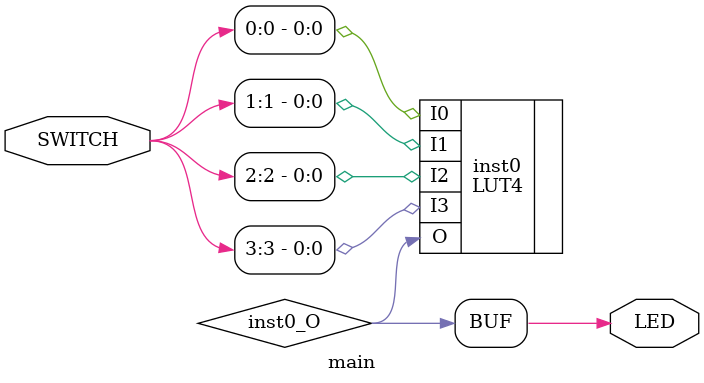
<source format=v>
module main (output [0:0] LED, input [3:0] SWITCH);
wire  inst0_O;
LUT4 #(.INIT(16'hAAAA)) inst0 (.I0(SWITCH[0]), .I1(SWITCH[1]), .I2(SWITCH[2]), .I3(SWITCH[3]), .O(inst0_O));
assign LED = {inst0_O};
endmodule


</source>
